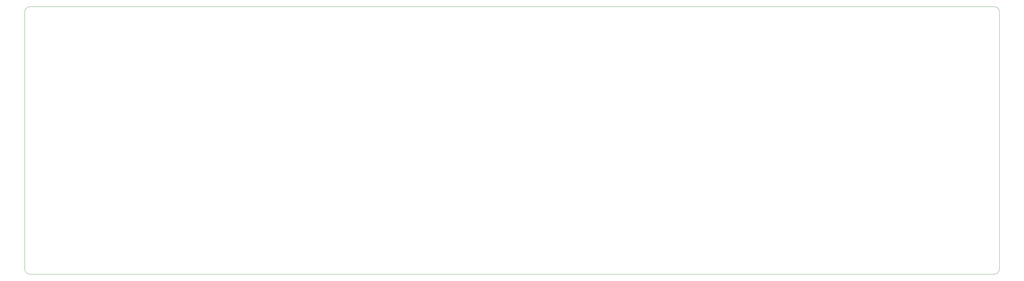
<source format=gm1>
%TF.GenerationSoftware,KiCad,Pcbnew,(6.0.10)*%
%TF.CreationDate,2023-01-15T11:01:46+05:00*%
%TF.ProjectId,key55,6b657935-352e-46b6-9963-61645f706362,rev?*%
%TF.SameCoordinates,Original*%
%TF.FileFunction,Profile,NP*%
%FSLAX46Y46*%
G04 Gerber Fmt 4.6, Leading zero omitted, Abs format (unit mm)*
G04 Created by KiCad (PCBNEW (6.0.10)) date 2023-01-15 11:01:46*
%MOMM*%
%LPD*%
G01*
G04 APERTURE LIST*
%TA.AperFunction,Profile*%
%ADD10C,0.100000*%
%TD*%
G04 APERTURE END LIST*
D10*
X12700000Y-11112500D02*
G75*
G03*
X11112500Y-12700000I0J-1587500D01*
G01*
X11112500Y-12700000D02*
X11112500Y-88900000D01*
X12700000Y-90487500D02*
X298450000Y-90487500D01*
X298450000Y-11112500D02*
X12700000Y-11112500D01*
X11112500Y-88900000D02*
G75*
G03*
X12700000Y-90487500I1587500J0D01*
G01*
X300037500Y-88900000D02*
X300037500Y-12700000D01*
X298450000Y-90487500D02*
G75*
G03*
X300037500Y-88900000I0J1587500D01*
G01*
X300037500Y-12700000D02*
G75*
G03*
X298450000Y-11112500I-1587500J0D01*
G01*
M02*

</source>
